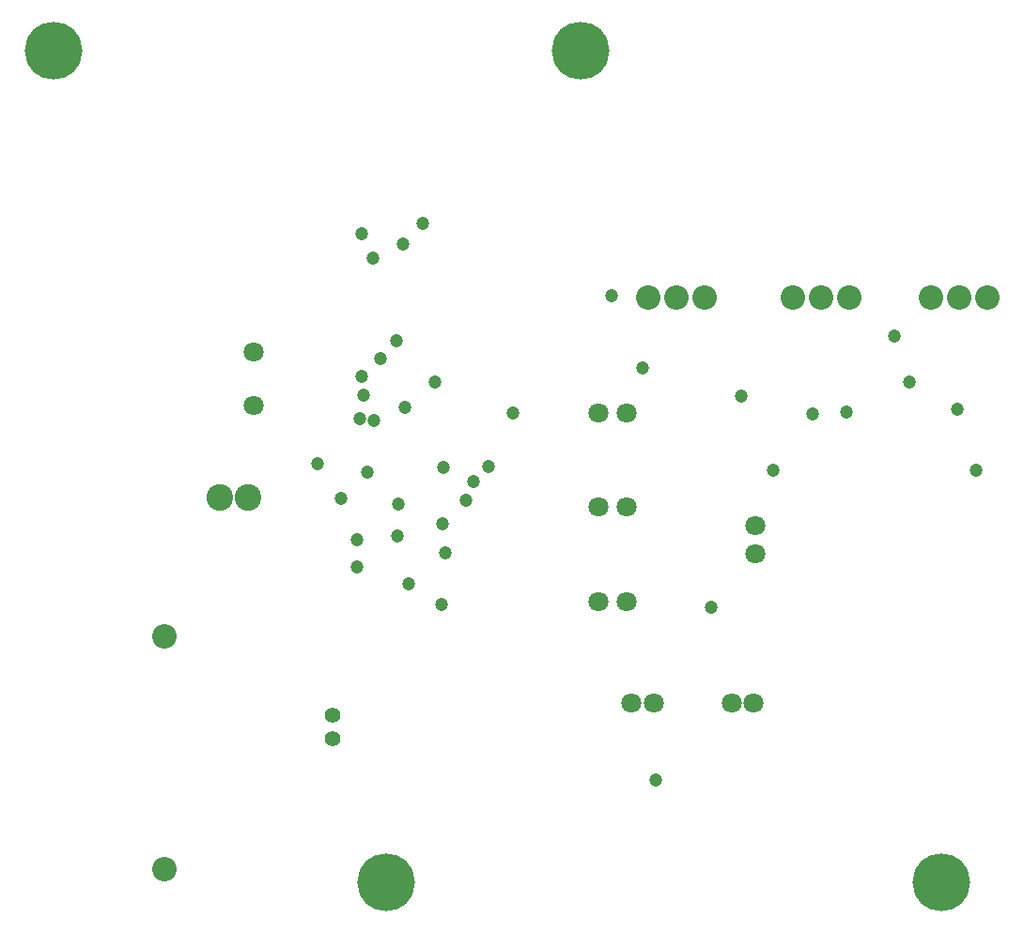
<source format=gbs>
G04 Layer_Color=16711935*
%FSLAX24Y24*%
%MOIN*%
G70*
G01*
G75*
%ADD44C,0.0867*%
%ADD45C,0.0710*%
%ADD46C,0.0946*%
%ADD47C,0.0552*%
%ADD48C,0.2049*%
%ADD49C,0.0474*%
D44*
X25078Y22723D02*
D03*
X24078D02*
D03*
X23078D02*
D03*
X35128D02*
D03*
X34128D02*
D03*
X33128D02*
D03*
X30228D02*
D03*
X29228D02*
D03*
X28228D02*
D03*
X5928Y2406D02*
D03*
Y10673D02*
D03*
D45*
X26890Y13622D02*
D03*
Y14622D02*
D03*
X9078Y18873D02*
D03*
Y20794D02*
D03*
X21328Y11910D02*
D03*
X22328D02*
D03*
X21328Y15273D02*
D03*
X22328D02*
D03*
X21328Y18623D02*
D03*
X22328D02*
D03*
X26828Y8323D02*
D03*
X26041D02*
D03*
X23278D02*
D03*
X22491D02*
D03*
D46*
X8878Y15623D02*
D03*
X7878D02*
D03*
D47*
X11878Y7887D02*
D03*
Y7060D02*
D03*
D48*
X1969Y31496D02*
D03*
X20669D02*
D03*
X13780Y1969D02*
D03*
X33465D02*
D03*
D49*
X18268Y18622D02*
D03*
X21772Y22795D02*
D03*
X14134Y21181D02*
D03*
X12992Y19252D02*
D03*
X13346Y18346D02*
D03*
X15512Y19724D02*
D03*
X14449Y18819D02*
D03*
X13583Y20551D02*
D03*
X12913Y19921D02*
D03*
X34055Y18740D02*
D03*
X34724Y16575D02*
D03*
X28898Y18583D02*
D03*
X26378Y19213D02*
D03*
X22874Y20236D02*
D03*
X30118Y18661D02*
D03*
X27520Y16575D02*
D03*
X13110Y16535D02*
D03*
X16890Y16181D02*
D03*
X25315Y11732D02*
D03*
X32362Y19724D02*
D03*
X31811Y21339D02*
D03*
X11339Y16811D02*
D03*
X12835Y18425D02*
D03*
X12913Y25000D02*
D03*
X15079Y25354D02*
D03*
X13307Y24134D02*
D03*
X14370Y24606D02*
D03*
X23346Y5591D02*
D03*
X14213Y15394D02*
D03*
X12165Y15591D02*
D03*
X17402Y16732D02*
D03*
X15748Y11811D02*
D03*
X16614Y15512D02*
D03*
X15866Y13661D02*
D03*
X14567Y12559D02*
D03*
X14173Y14252D02*
D03*
X15827Y16693D02*
D03*
X15787Y14685D02*
D03*
X12756Y14134D02*
D03*
X12756Y13150D02*
D03*
M02*

</source>
